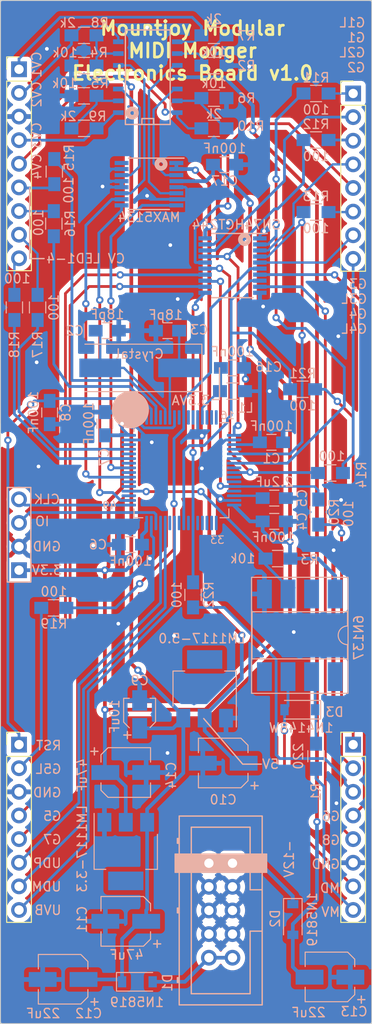
<source format=kicad_pcb>
(kicad_pcb (version 20221018) (generator pcbnew)
  (layers (0 "F.Cu" signal) (31 "B.Cu" signal) (34 "B.Paste" user) (35 "F.Paste" user) (36 "B.SilkS" user "B.Silkscreen") (37 "F.SilkS" user "F.Silkscreen") (38 "B.Mask" user) (39 "F.Mask" user) (44 "Edge.Cuts" user))
  (net 0 "")
  (net 1 "GATE1_LED_OUT")
  (net 2 "GND")
  (net 3 "GATE2_LED_OUT")
  (net 4 "GATE3_LED_OUT")
  (net 5 "GATE4_LED_OUT")
  (net 6 "CV1_LED_OUT")
  (net 7 "CV2_LED_OUT")
  (net 8 "CV3_LED_OUT")
  (net 9 "CV4_LED_OUT")
  (net 10 "GATE5_LED_OUT")
  (net 11 "GATE6_LED_OUT")
  (net 12 "GATE7_LED_OUT")
  (net 13 "GATE8_LED_OUT")
  (net 14 "MIDI_VREF")
  (net 15 "MIDI_DATA")
  (net 16 "GATE8_OUT")
  (net 17 "GATE7_OUT")
  (net 18 "GATE6_OUT")
  (net 19 "GATE5_OUT")
  (net 20 "GATE1_OUT")
  (net 21 "GATE2_OUT")
  (net 22 "GATE3_OUT")
  (net 23 "GATE4_OUT")
  (net 24 "USB_DM")
  (net 25 "USB_DP")
  (net 26 "USB_VBUS")
  (net 27 "CV1_OUT")
  (net 28 "CV2_OUT")
  (net 29 "CV3_OUT")
  (net 30 "CV4_OUT")
  (net 31 "+3V3")
  (net 32 "Net-(C2-Pad1)")
  (net 33 "Net-(C3-Pad1)")
  (net 34 "Net-(C5-Pad1)")
  (net 35 "NRST")
  (net 36 "VCC")
  (net 37 "+5V")
  (net 38 "VEE")
  (net 39 "+3.3VA")
  (net 40 "+12V")
  (net 41 "-12V")
  (net 42 "SWCLK")
  (net 43 "SWDIO")
  (net 44 "Net-(D3-Pad1)")
  (net 45 "Net-(R2-Pad2)")
  (net 46 "MIDI_RX")
  (net 47 "Net-(R4-Pad2)")
  (net 48 "Net-(R5-Pad2)")
  (net 49 "Net-(R10-Pad2)")
  (net 50 "GATE1")
  (net 51 "GATE2")
  (net 52 "GATE3")
  (net 53 "GATE4")
  (net 54 "CV1_LED")
  (net 55 "CV2_LED")
  (net 56 "CV3_LED")
  (net 57 "CV4_LED")
  (net 58 "GATE5")
  (net 59 "GATE6")
  (net 60 "GATE7")
  (net 61 "GATE8")
  (net 62 "Net-(U1-Pad1)")
  (net 63 "Net-(U1-Pad4)")
  (net 64 "Net-(U1-Pad8)")
  (net 65 "Net-(U1-Pad10)")
  (net 66 "Net-(U1-Pad14)")
  (net 67 "Net-(U1-Pad16)")
  (net 68 "Net-(U1-Pad20)")
  (net 69 "Net-(U1-Pad22)")
  (net 70 "Net-(U1-Pad24)")
  (net 71 "Net-(U1-Pad26)")
  (net 72 "Net-(U1-Pad29)")
  (net 73 "Net-(U1-Pad34)")
  (net 74 "Net-(U1-Pad36)")
  (net 75 "Net-(U1-Pad37)")
  (net 76 "Net-(U1-Pad39)")
  (net 77 "Net-(U1-Pad41)")
  (net 78 "Net-(U1-Pad43)")
  (net 79 "DAC_NSS")
  (net 80 "Net-(U1-Pad51)")
  (net 81 "Net-(U1-Pad53)")
  (net 82 "Net-(U1-Pad54)")
  (net 83 "DAC_SCK")
  (net 84 "Net-(U1-Pad56)")
  (net 85 "DAC_MOSI")
  (net 86 "Net-(U1-Pad58)")
  (net 87 "Net-(U1-Pad60)")
  (net 88 "Net-(U1-Pad62)")
  (net 89 "Net-(U2-Pad4)")
  (net 90 "Net-(U2-Pad7)")
  (net 91 "Net-(U2-Pad1)")
  (net 92 "DAC_3")
  (net 93 "DAC_4")
  (net 94 "DAC_2")
  (net 95 "DAC_1")
  (net 96 "Net-(U7-Pad16)")
  (net 97 "Net-(U1-Pad27)")
  (net 98 "Net-(U1-Pad33)")
  (net 99 "Net-(U1-Pad35)")
  (net 100 "Net-(U1-Pad11)")
  (net 101 "Net-(U1-Pad15)")
  (footprint "Socket_Strips:Socket_Strip_Straight_1x08_Pitch2.54mm" (layer "F.Cu") (at 134 50)
    (fp_text reference "J3" hide)
    (fp_text value "Conn_01x08_Male" hide)
  )
  (footprint "Socket_Strips:Socket_Strip_Straight_1x08_Pitch2.54mm" (layer "F.Cu") (at 98 120)
    (fp_text reference "J4" hide)
    (fp_text value "Conn_01x08_Male" hide)
  )
  (footprint "Socket_Strips:Socket_Strip_Straight_1x08_Pitch2.54mm" (layer "F.Cu") (at 134 120)
    (fp_text reference "J5" hide)
    (fp_text value "Conn_01x08_Male" hide)
  )
  (footprint "Socket_Strips:Socket_Strip_Straight_1x09_Pitch2.54mm" (layer "F.Cu") (at 98 47.4)
    (fp_text reference "J2" hide)
    (fp_text value "Conn_01x09_Male" hide)
  )
  (footprint "Diodes_SMD:D_SOD-123" (layer "B.Cu") (at 128.25 116.25 180)
    (fp_text reference "D3")
    (fp_text value "1N4148W")
  )
  (footprint "Capacitors_SMD:C_0805_HandSoldering" (layer "B.Cu") (at 125.2 87.5)
    (fp_text reference "C1")
    (fp_text value "100nF")
  )
  (footprint "Capacitors_SMD:C_0805_HandSoldering" (layer "B.Cu") (at 114 75.5 180)
    (fp_text reference "C3")
    (fp_text value "18pF")
  )
  (footprint "Capacitors_SMD:C_0805_HandSoldering" (layer "B.Cu") (at 125.5 96)
    (fp_text reference "C4")
    (fp_text value "100nF")
  )
  (footprint "Capacitors_SMD:C_0805_HandSoldering" (layer "B.Cu") (at 125.5 93.5)
    (fp_text reference "C5")
    (fp_text value "2.2uF")
  )
  (footprint "Capacitors_SMD:C_0805_HandSoldering" (layer "B.Cu") (at 110 98.5 180)
    (fp_text reference "C6")
    (fp_text value "100nF")
  )
  (footprint "Capacitors_SMD:C_0805_HandSoldering" (layer "B.Cu") (at 107.25 85.5 90)
    (fp_text reference "C7")
    (fp_text value "100nF")
  )
  (footprint "Capacitors_SMD:C_0805_HandSoldering" (layer "B.Cu") (at 101.3 84.3 90)
    (fp_text reference "C8")
    (fp_text value "100nF")
  )
  (footprint "Capacitors_SMD:CP_Elec_3x5.3" (layer "B.Cu") (at 111 116.75 90)
    (fp_text reference "C9")
    (fp_text value "10uF")
  )
  (footprint "Capacitors_SMD:CP_Elec_5x5.3" (layer "B.Cu") (at 120 122 180)
    (fp_text reference "C10")
    (fp_text value "22uF")
  )
  (footprint "Capacitors_SMD:CP_Elec_5x5.8" (layer "B.Cu") (at 109.5 139 180)
    (fp_text reference "C11")
    (fp_text value "47uF")
  )
  (footprint "Capacitors_SMD:CP_Elec_5x5.3" (layer "B.Cu") (at 102.75 145.25 180)
    (fp_text reference "C12")
    (fp_text value "22uF")
  )
  (footprint "Capacitors_SMD:CP_Elec_5x5.3" (layer "B.Cu") (at 131.5 145 180)
    (fp_text reference "C13")
    (fp_text value "22uF")
  )
  (footprint "Capacitors_SMD:CP_Elec_5x5.8" (layer "B.Cu") (at 109.5 123)
    (fp_text reference "C14")
    (fp_text value "47uF")
  )
  (footprint "Capacitors_SMD:C_0805_HandSoldering" (layer "B.Cu") (at 120.15 57.65)
    (fp_text reference "C17")
    (fp_text value "100nF")
  )
  (footprint "Diodes_SMD:D_SOD-123" (layer "B.Cu") (at 110.75 145.5)
    (fp_text reference "D1")
    (fp_text value "1N5819")
  )
  (footprint "Diodes_SMD:D_SOD-123" (layer "B.Cu") (at 127.5 138.8 -90)
    (fp_text reference "D2")
    (fp_text value "1N5819")
  )
  (footprint "Custom_Footprints:SWD_header" (layer "B.Cu") (at 98 101.25 90)
    (fp_text reference "J1" hide)
    (fp_text value "SWD_Header" hide)
  )
  (footprint "Custom_Footprints:Eurorack_10_pin_header" (layer "B.Cu") (at 121 132.75 -90)
    (fp_text reference "J9" hide)
    (fp_text value "Eurorack_10_pin_power")
  )
  (footprint "Inductors_SMD:L_0805_HandSoldering" (layer "B.Cu") (at 121 82)
    (fp_text reference "L1")
    (fp_text value "L")
  )
  (footprint "Resistors_SMD:R_0805_HandSoldering" (layer "B.Cu") (at 130 121.25 -90)
    (fp_text reference "R1")
    (fp_text value "220")
  )
  (footprint "Resistors_SMD:R_0805_HandSoldering" (layer "B.Cu") (at 125.9 100 180)
    (fp_text reference "R3")
    (fp_text value "10k")
  )
  (footprint "Resistors_SMD:R_0805_HandSoldering" (layer "B.Cu") (at 105 47)
    (fp_text reference "R4")
    (fp_text value "10k")
  )
  (footprint "Resistors_SMD:R_0805_HandSoldering" (layer "B.Cu") (at 105 50.25)
    (fp_text reference "R5")
    (fp_text value "10k")
  )
  (footprint "Resistors_SMD:R_0805_HandSoldering" (layer "B.Cu") (at 119 50.5 180)
    (fp_text reference "R6")
    (fp_text value "10k")
  )
  (footprint "Resistors_SMD:R_0805_HandSoldering" (layer "B.Cu") (at 119 43.75)
    (fp_text reference "R7")
    (fp_text value "2k")
  )
  (footprint "Resistors_SMD:R_0805_HandSoldering" (layer "B.Cu") (at 105 53.75 180)
    (fp_text reference "R9")
    (fp_text value "2k")
  )
  (footprint "Resistors_SMD:R_0805_HandSoldering" (layer "B.Cu") (at 119 53.75)
    (fp_text reference "R10")
    (fp_text value "2k")
  )
  (footprint "Resistors_SMD:R_0805_HandSoldering" (layer "B.Cu") (at 130 55 180)
    (fp_text reference "R12")
    (fp_text value "100")
  )
  (footprint "Resistors_SMD:R_0805_HandSoldering" (layer "B.Cu") (at 100 73 -90)
    (fp_text reference "R17")
    (fp_text value "100")
  )
  (footprint "Resistors_SMD:R_0805_HandSoldering" (layer "B.Cu") (at 97.5 73 -90)
    (fp_text reference "R18")
    (fp_text value "100")
  )
  (footprint "Resistors_SMD:R_0805_HandSoldering" (layer "B.Cu") (at 128.55 81.8 180)
    (fp_text reference "R21")
    (fp_text value "100")
  )
  (footprint "Package_QFP:LQFP-64_10x10mm_P0.5mm" (layer "B.Cu") (at 115.5 90.5 -90)
    (fp_text reference "U1" hide)
    (fp_text value "STM32F446RETx")
  )
  (footprint "TO_SOT_Packages_SMD:SOT-223" (layer "B.Cu") (at 118 114 90)
    (fp_text reference "U4" hide)
    (fp_text value "LM1117-5.0")
  )
  (footprint "TO_SOT_Packages_SMD:SOT-223" (layer "B.Cu") (at 109.5 131.5 -90)
    (fp_text reference "U5" hide)
    (fp_text value "LM1117-3.3")
  )
  (footprint "Housings_SSOP:TSSOP-20_4.4x6.5mm_Pitch0.65mm" (layer "B.Cu") (at 121 68.5 180)
    (fp_text reference "U6" hide)
    (fp_text value "SN74HCT244")
  )
  (footprint "Custom_Footprints:Crystal_SMD" (layer "B.Cu") (at 111 79.5 180)
    (fp_text reference "Y1" hide)
    (fp_text value "Crystal")
  )
  (footprint "Housings_SSOP:TSSOP-16_4.4x5mm_Pitch0.65mm" (layer "B.Cu") (at 112 59.75 180)
    (fp_text reference "U7" hide)
    (fp_text value "MAX5134")
  )
  (footprint "Capacitors_SMD:C_0805_HandSoldering" (layer "B.Cu") (at 121 79.5)
    (fp_text reference "C16")
    (fp_text value "100nF")
  )
  (footprint "SMD_Packages:SOIC-14_N" (layer "B.Cu") (at 112 48.25 90)
    (fp_text reference "U3" hide)
    (fp_text value "TL074")
  )
  (footprint "Housings_DIP:DIP-8_W8.89mm_SMDSocket_LongPads" (layer "B.Cu") (at 128.25 108.25 90)
    (fp_text reference "U2" hide)
    (fp_text value "6N137")
  )
  (footprint "Resistors_SMD:R_0805_HandSoldering" (layer "B.Cu") (at 105 43.75)
    (fp_text reference "R8")
    (fp_text value "2k")
  )
  (footprint "Resistors_SMD:R_0805_HandSoldering" (layer "B.Cu") (at 119 47 180)
    (fp_text reference "R2")
    (fp_text value "10k")
  )
  (footprint "Resistors_SMD:R_0805_HandSoldering" (layer "B.Cu") (at 101.75 64 -90)
    (fp_text reference "R16")
    (fp_text value "100")
  )
  (footprint "Resistors_SMD:R_0805_HandSoldering" (layer "B.Cu") (at 130 62.75 180)
    (fp_text reference "R13")
    (fp_text value "100")
  )
  (footprint "Resistors_SMD:R_0805_HandSoldering" (layer "B.Cu") (at 130 50 180)
    (fp_text reference "R11")
    (fp_text value "100")
  )
  (footprint "Capacitors_SMD:C_0805_HandSoldering" (layer "B.Cu") (at 107.5 75.5)
    (fp_text reference "C2")
    (fp_text value "18pF")
  )
  (footprint "Resistors_SMD:R_0805_HandSoldering" (layer "B.Cu") (at 130.25 95 90)
    (fp_text reference "R20")
    (fp_text value "100")
  )
  (footprint "Resistors_SMD:R_0805_HandSoldering" (layer "B.Cu") (at 131.55 90.8 180)
    (fp_text reference "R14")
    (fp_text value "100")
  )
  (footprint "Resistors_SMD:R_0805_HandSoldering" (layer "B.Cu") (at 116.75 103.9 90)
    (fp_text reference "R22")
    (fp_text value "100")
  )
  (footprint "Resistors_SMD:R_0805_HandSoldering" (layer "B.Cu") (at 101.75 105.3)
    (fp_text reference "R19")
    (fp_text value "100")
  )
  (footprint "Resistors_SMD:R_0805_HandSoldering" (layer "B.Cu") (at 101.8 58.4 90)
    (fp_text reference "R15")
    (fp_text value "100")
  )
  (gr_circle (center 122.3 65.7) (end 122.5 65.7) (stroke (width 0.5)) (fill none) (layer "B.SilkS"))
  (gr_circle (center 110.2 52.1) (end 110.4 52.1) (stroke (width 0.5)) (fill none) (layer "B.SilkS"))
  (gr_circle (center 110 84) (end 110 84) (stroke (width 2)) (fill none) (layer "B.SilkS"))
  (gr_line (start 124.1 122.1) (end 122.1 122.1) (stroke (width 0.15)) (layer "B.SilkS"))
  (gr_line (start 122.1 122.1) (end 117.9 117.2) (stroke (width 0.15)) (layer "B.SilkS"))
  (gr_line (start 99.15 67.75) (end 99.15 60.15) (stroke (width 0.15)) (layer "B.SilkS"))
  (gr_line (start 100.7 67.75) (end 99.15 67.75) (stroke (width 0.15)) (layer "B.SilkS"))
  (gr_circle (center 113.3 57.6) (end 113.5 57.6) (stroke (width 0.5)) (fill none) (layer "B.SilkS"))
  (gr_line (start 118.8 82.9) (end 119.6 82.9) (stroke (width 0.15)) (layer "B.SilkS"))
  (gr_line (start 119.6 82.9) (end 119.6 79.5) (stroke (width 0.15)) (layer "B.SilkS"))
  (gr_line (start 96 40) (end 136 40) (stroke (width 0.1)) (layer "Edge.Cuts"))
  (gr_line (start 136 40) (end 136 150) (stroke (width 0.1)) (layer "Edge.Cuts"))
  (gr_line (start 96 40) (end 96 150) (stroke (width 0.1)) (layer "Edge.Cuts"))
  (gr_line (start 96 150) (end 136 150) (stroke (width 0.1)) (layer "Edge.Cuts"))
  (gr_text "G5L" (at 101.17619 122.628571) (layer "B.SilkS") (effects (font (size 1 1)) (justify mirror)))
  (gr_text "GND" (at 101.033333 125.157142) (layer "B.SilkS") (effects (font (size 1 1)) (justify mirror)))
  (gr_text "G5" (at 101.580952 127.685713) (layer "B.SilkS") (effects (font (size 1 1)) (justify mirror)))
  (gr_text "G7" (at 101.580952 130.214284) (layer "B.SilkS") (effects (font (size 1 1)) (justify mirror)))
  (gr_text "UDP" (at 101.033333 132.742855) (layer "B.SilkS") (effects (font (size 1 1)) (justify mirror)))
  (gr_text "UDM" (at 100.961905 135.271426) (layer "B.SilkS") (effects (font (size 1 1)) (justify mirror)))
  (gr_text "UVB" (at 101.104762 137.8) (layer "B.SilkS") (effects (font (size 1 1)) (justify mirror)))
  (gr_text "G8" (at 131.6 130.275) (layer "B.SilkS") (effects (font (size 1 1)) (justify mirror)))
  (gr_text "MV" (at 131.576191 138) (layer "B.SilkS") (effects (font (size 1 1)) (justify mirror)))
  (gr_text "G3\nG3L\nG4\nG4L" (at 135.6 72.9) (layer "B.SilkS") (effects (font (size 1 1)) (justify left mirror)))
  (gr_text "G6" (at 131.6 127.7) (layer "B.SilkS") (effects (font (size 1 1)) (justify mirror)))
  (gr_text "GND" (at 131.052381 132.85) (layer "B.SilkS") (effects (font (size 1 1)) (justify mirror)))
  (gr_text "MD" (at 131.504762 135.425) (layer "B.SilkS") (effects (font (size 1 1)) (justify mirror)))
  (gr_text "G1L\nG1\nG2L\nG2" (at 135.4 44.8) (layer "B.SilkS") (effects (font (size 1 1)) (justify left mirror)))
  (gr_text "33" (at 120.2 98) (layer "B.SilkS") (effects (font (size 0.8 0.8) (thickness 0.12)) (justify left mirror)))
  (gr_text "49" (at 108.6 94.3) (layer "B.SilkS") (effects (font (size 0.8 0.8) (thickness 0.12)) (justify left mirror)))
  (gr_text "16" (at 121.3 84.6) (layer "B.SilkS") (effects (font (size 0.8 0.8) (thickness 0.12)) (justify left mirror)))
  (gr_text "5V" (at 125.1 122.1) (layer "B.SilkS") (effects (font (size 1 1)) (justify mirror)))
  (gr_text "3.3VA" (at 116.5 83) (layer "B.SilkS") (effects (font (size 1 1)) (justify mirror)))
  (gr_text "CV LED1-4" (at 100.85 67.75) (layer "B.SilkS") (effects (font (size 1 1)) (justify right mirror)))
  (gr_text "CV1" (at 99.9 48.4 90) (layer "B.SilkS") (effects (font (size 1 1)) (justify right mirror)))
  (gr_text "CV2" (at 99.9 51.6 90) (layer "B.SilkS") (effects (font (size 1 1)) (justify right mirror)))
  (gr_text "CV3" (at 99.9 56 90) (layer "B.SilkS") (effects (font (size 1 1)) (justify right mirror)))
  (gr_text "CV4" (at 99.9 59.35 90) (layer "B.SilkS") (effects (font (size 1 1)) (justify right mirror)))
  (gr_text "RST" (at 101.2 120.1) (layer "B.SilkS") (effects (font (size 1 1)) (justify mirror)))
  (gr_text "Mountjoy Modular\nMIDI Monger\nElectronics Board v1.0" (at 116.7 45.4) (layer "F.SilkS") (effects (font (size 1.5 1.5) (thickness 0.3))))
  (segment (start 131.35 50) (end 134 50) (width 0.25) (layer "B.Cu") (net 1))
  (segment (start 117.7 86.8) (end 117.7 90.3) (width 0.3) (layer "F.Cu") (net 2))
  (via (at 132.7 93.7) (size 0.8) (drill 0.4) (layers "F.Cu" "B.Cu") (net 2))
  (via (at 131.9 99.1) (size 0.8) (drill 0.4) (layers "F.Cu" "B.Cu") (net 2))
  (via (at 111.8 61) (size 0.8) (drill 0.4) (layers "F.Cu" "B.Cu") (net 2))
  (via (at 117.7 90.3) (size 0.8) (drill 0.4) (layers "F.Cu" "B.Cu") (net 2))
  (via (at 114 120.9) (size 0.8) (drill 0.4) (layers "F.Cu" "B.Cu") (net 2))
  (via (at 132.2 126.3) (size 0.8) (drill 0.4) (layers "F.Cu" "B.Cu") (net 2))
  (via (at 132.4 76.1) (size 0.8) (drill 0.4) (layers "F.Cu" "B.Cu") (net 2))
  (via (at 120.5 63.9) (size 0.8) (drill 0.4) (layers "F.Cu" "B.Cu") (net 2))
  (via (at 101 45.2) (size 0.8) (drill 0.4) (layers "F.Cu" "B.Cu") (net 2))
  (via (at 112.3 87.5) (size 0.8) (drill 0.4) (layers "F.Cu" "B.Cu") (net 2))
  (via (at 125 82) (size 0.8) (drill 0.4) (layers "F.Cu" "B.Cu") (net 2))
  (via (at 107 60) (size 0.8) (drill 0.4) (layers "F.Cu" "B.Cu") (net 2))
  (via (at 122.4 80.7) (size 0.8) (drill 0.4) (layers "F.Cu" "B.Cu") (net 2))
  (via (at 124.4 64.8) (size 0.8) (drill 0.4) (layers "F.Cu" "B.Cu") (net 2))
  (via (at 127.6 107.9) (size 0.8) (drill 0.4) (layers "F.Cu" "B.Cu") (net 2))
  (via (at 115.1 72.1) (size 0.8) (drill 0.4) (layers "F.Cu" "B.Cu") (net 2))
  (via (at 108.7 107) (size 0.8) (drill 0.4) (layers "F.Cu" "B.Cu") (net 2))
  (via (at 114.3 66.3) (size 0.8) (drill 0.4) (layers "F.Cu" "B.Cu") (net 2))
  (via (at 106 98.6) (size 0.8) (drill 0.4) (layers "F.Cu" "B.Cu") (net 2))
  (via (at 100.1 90.1) (size 0.8) (drill 0.4) (layers "F.Cu" "B.Cu") (net 2))
  (via (at 99.9 78.9) (size 0.8) (drill 0.4) (layers "F.Cu" "B.Cu") (net 2))
  (via (at 114.7 108.3) (size 0.8) (drill 0.4) (layers "F.Cu" "B.Cu") (net 2))
  (via (at 117.7 86.8) (size 0.8) (drill 0.4) (layers "F.Cu" "B.Cu") (net 2))
  (via (at 112.1 100) (size 0.8) (drill 0.4) (layers "F.Cu" "B.Cu") (net 2))
  (via (at 124.3 72.9) (size 0.8) (drill 0.4) (layers "F.Cu" "B.Cu") (net 2))
  (via (at 122.8 47.1) (size 0.8) (drill 0.4) (layers "F.Cu" "B.Cu") (net 2))
  (via (at 119.7 93.6) (size 0.8) (drill 0.4) (layers "F.Cu" "B.Cu") (net 2))
  (via (at 111.8 42.9) (size 0.8) (drill 0.4) (layers "F.Cu" "B.Cu") (net 2))
  (segment (start 116.050001 61.425001) (end 116.050001 64.549999) (width 0.3) (layer "B.Cu") (net 2))
  (segment (start 123.95 65.575) (end 123.95 65.25) (width 0.3) (layer "B.Cu") (net 2))
  (segment (start 117.25 86.35) (end 117.7 86.8) (width 0.3) (layer "B.Cu") (net 2))
  (segment (start 108 58.125) (end 107 59.125) (width 0.3) (layer "B.Cu") (net 2))
  (segment (start 112.25 96.175) (end 112.25 97.524999) (width 0.3) (layer "B.Cu") (net 2))
  (segment (start 119.7 93.6) (end 117.7 91.6) (width 0.3) (layer "B.Cu") (net 2))
  (segment (start 117.7 91.6) (end 117.7 90.3) (width 0.3) (layer "B.Cu") (net 2))
  (segment (start 122.4 79.65) (end 122.25 79.5) (width 0.3) (layer "B.Cu") (net 2))
  (segment (start 107.575 59.425) (end 107 60) (width 0.3) (layer "B.Cu") (net 2))
  (segment (start 121.175 93.75) (end 119.85 93.75) (width 0.3) (layer "B.Cu") (net 2))
  (segment (start 123.95 65.25) (end 124.4 64.8) (width 0.3) (layer "B.Cu") (net 2))
  (segment (start 109.05 59.425) (end 107.575 59.425) (width 0.3) (layer "B.Cu") (net 2))
  (segment (start 109.05 59.425) (end 109.05 60.075) (width 0.3) (layer "B.Cu") (net 2))
  (segment (start 120.5 63.9) (end 120.5 64.705002) (width 0.3) (layer "B.Cu") (net 2))
  (segment (start 112.499999 99.600001) (end 112.1 100) (width 0.3) (layer "B.Cu") (net 2))
  (segment (start 112.175 61.375) (end 111.8 61) (width 0.3) (layer "B.Cu") (net 2))
  (segment (start 107.075 60.075) (end 107 60) (width 0.3) (layer "B.Cu") (net 2))
  (segment (start 112.05 87.25) (end 112.3 87.5) (width 0.3) (layer "B.Cu") (net 2))
  (segment (start 118.980002 66.225) (end 118.05 66.225) (width 0.3) (layer "B.Cu") (net 2))
  (segment (start 116 61.375) (end 116.050001 61.425001) (width 0.3) (layer "B.Cu") (net 2))
  (segment (start 116.050001 64.549999) (end 114.3 66.3) (width 0.3) (layer "B.Cu") (net 2))
  (segment (start 118.099999 89.900001) (end 117.7 90.3) (width 0.3) (layer "B.Cu") (net 2))
  (segment (start 115.905002 60.075) (end 116.050001 60.219999) (width 0.3) (layer "B.Cu") (net 2))
  (segment (start 109.825 87.25) (end 112.05 87.25) (width 0.3) (layer "B.Cu") (net 2))
  (segment (start 112.25 97.524999) (end 112.499999 97.774998) (width 0.3) (layer "B.Cu") (net 2))
  (segment (start 120.25 87.25) (end 118.099999 89.400001) (width 0.3) (layer "B.Cu") (net 2))
  (segment (start 109.05 84.25) (end 112.3 87.5) (width 0.3) (layer "B.Cu") (net 2))
  (segment (start 112.499999 97.774998) (end 112.499999 99.600001) (width 0.3) (layer "B.Cu") (net 2))
  (segment (start 109.05 58.125) (end 108 58.125) (width 0.3) (layer "B.Cu") (net 2))
  (segment (start 107 59.125) (end 107 60) (width 0.3) (layer "B.Cu") (net 2))
  (segment (start 119.85 93.75) (end 119.7 93.6) (width 0.3) (layer "B.Cu") (net 2))
  (segment (start 114.95 60.075) (end 115.905002 60.075) (width 0.3) (layer "B.Cu") (net 2))
  (segment (start 114.95 61.375) (end 112.175 61.375) (width 0.3) (layer "B.Cu") (net 2))
  (segment (start 109.05 60.075) (end 107.075 60.075) (width 0.3) (layer "B.Cu") (net 2))
  (segment (start 117.25 84.825) (end 117.25 86.35) (width 0.3) (layer "B.Cu") (net 2))
  (segment (start 121.175 87.25) (end 120.25 87.25) (width 0.3) (layer "B.Cu") (net 2))
  (segment (start 107.25 84.25) (end 109.05 84.25) (width 0.3) (layer "B.Cu") (net 2))
  (segment (start 114.95 61.375) (end 116 61.375) (width 0.4) (layer "B.Cu") (net 2))
  (segment (start 118.099999 89.400001) (end 118.099999 89.900001) (width 0.3) (layer "B.Cu") (net 2))
  (segment (start 120.5 64.705002) (end 118.980002 66.225) (width 0.3) (layer "B.Cu") (net 2))
  (segment (start 116.050001 60.219999) (end 116.050001 64.549999) (width 0.3) (layer "B.Cu") (net 2))
  (segment (start 122.4 80.7) (end 122.4 79.65) (width 0.3) (layer "B.Cu") (net 2))
  (segment (start 131.35 55) (end 133.92 55) (width 0.3) (layer "B.Cu") (net 3))
  (segment (start 133.92 55) (end 134 55.08) (width 0.3) (layer "B.Cu") (net 3))
  (segment (start 133.95 62.75) (end 134 62.7) (width 0.25) (layer "B.Cu") (net 4))
  (segment (start 131.35 62.75) (end 133.95 62.75) (width 0.25) (layer "B.Cu") (net 4))
  (segment (start 132.9 90.8) (end 132.9 89.85) (width 0.3) (layer "B.Cu") (net 5))
  (segment (start 134 88.75) (end 134 67.78) (width 0.3) (layer "B.Cu") (net 5))
  (segment (start 132.9 89.85) (end 134 88.75) (width 0.3) (layer "B.Cu") (net 5))
  (segment (start 101.39 60.16) (end 101.8 59.75) (width 0.3) (layer "B.Cu") (net 6))
  (segment (start 98 60.16) (end 101.39 60.16) (width 0.3) (layer "B.Cu") (net 6))
  (segment (start 98.05 62.65) (end 98 62.7) (width 0.25) (layer "B.Cu") (net 7))
  (segment (start 101.75 62.65) (end 98.05 62.65) (width 0.25) (layer "B.Cu") (net 7))
  (segment (start 100 67.24) (end 98 65.24) (width 0.25) (layer "B.Cu") (net 8))
  (segment (start 100 71.65) (end 100 67.24) (width 0.25) (layer "B.Cu") (net 8))
  (segment (start 97.5 68.28) (end 98 67.78) (width 0.25) (layer "B.Cu") (net 9))
  (segment (start 97.5 71.65) (end 97.5 68.28) (width 0.25) (layer "B.Cu") (net 9))
  (segment (start 100.4 120.14) (end 100.4 105.3) (width 0.3) (layer "B.Cu") (net 10))
  (segment (start 98 122.54) (end 100.4 120.14) (width 0.3) (layer "B.Cu") (net 10))
  (segment (start 134 122.54) (end 132.75 121.29) (width 0.3) (layer "F.Cu") (net 11))
  (segment (start 132.75 121.29) (end 132.75 97.25) (width 0.3) (layer "F.Cu") (net 11))
  (via (at 132.75 97.25) (size 0.8) (drill 0.4) (layers "F.Cu" "B.Cu") (net 11))
  (segment (start 132.75 97.25) (end 132.75 96.684315) (width 0.3) (layer "B.Cu") (net 11))
  (segment (start 132.75 96.684315) (end 132.415685 96.35) (width 0.3) (layer "B.Cu") (net 11))
  (segment (start 132.415685 96.35) (end 130.25 96.35) (width 0.3) (layer "B.Cu") (net 11))
  (segment (start 134 84.8) (end 134 120) (width 0.3) (layer "F.Cu") (net 12))
  (segment (start 132.3 83.1) (end 134 84.8) (width 0.3) (layer "F.Cu") (net 12))
  (via (at 132.3 83.1) (size 0.8) (drill 0.4) (layers "F.Cu" "B.Cu") (net 12))
  (segment (start 131 81.8) (end 132.3 83.1) (width 0.3) (layer "B.Cu") (net 12))
  (segment (start 129.9 81.8) (end 131 81.8) (width 0.3) (layer "B.Cu") (net 12))
  (segment (start 125.7 110.839998) (end 125.7 121.099998) (width 0.3) (layer "B.Cu") (net 13))
  (segment (start 130.930001 121.499999) (end 133.150001 123.719999) (width 0.3) (layer "B.Cu") (net 13))
  (segment (start 133.150001 123.719999) (end 133.150001 124.230001) (width 0.3) (layer "B.Cu") (net 13))
  (segment (start 116.75 105.25) (end 120.110002 105.25) (width 0.3) (layer "B.Cu") (net 13))
  (segment (start 126.100001 121.499999) (end 130.930001 121.499999) (width 0.3) (layer "B.Cu") (net 13))
  (segment (start 120.110002 105.25) (end 125.7 110.839998) (width 0.3) (layer "B.Cu") (net 13))
  (segment (start 133.150001 124.230001) (end 134 125.08) (width 0.3) (layer "B.Cu") (net 13))
  (segment (start 125.7 121.099998) (end 126.100001 121.499999) (width 0.3) (layer "B.Cu") (net 13))
  (segment (start 130.850001 124.500001) (end 130 123.65) (width 0.3) (layer "B.Cu") (net 14))
  (segment (start 130 123.65) (end 130 122.6) (width 0.3) (layer "B.Cu") (net 14))
  (segment (start 130.850001 134.630001) (end 130.850001 124.500001) (width 0.3) (layer "B.Cu") (net 14))
  (segment (start 134 137.78) (end 130.850001 134.630001) (width 0.3) (layer "B.Cu") (net 14))
  (segment (start 126.6 127.84) (end 126.6 118.5) (width 0.3) (layer "F.Cu") (net 15))
  (segment (start 134 135.24) (end 126.6 127.84) (width 0.3) (layer "F.Cu") (net 15))
  (via (at 126.6 118.5) (size 0.8) (drill 0.4) (layers "F.Cu" "B.Cu") (net 15))
  (segment (start 126.6 118.5) (end 126.6 116.25) (width 0.3) (layer "B.Cu") (net 15))
  (segment (start 126.98 115.87) (end 126.6 116.25) (width 0.3) (layer "B.Cu") (net 15))
  (segment (start 126.98 112.695) (end 126.98 115.87) (width 0.3) (layer "B.Cu") (net 15))
  (segment (start 131 73.4) (end 131 127.16) (width 0.3) (layer "F.Cu") (net 16))
  (segment (start 131 127.16) (end 134 130.16) (width 0.3) (layer "F.Cu") (net 16))
  (via (at 131 73.4) (size 0.8) (drill 0.4) (layers "F.Cu" "B.Cu") (net 16))
  (segment (start 128.4 70.775) (end 123.95 70.775) (width 0.3) (layer "B.Cu") (net 16))
  (segment (start 131 73.4) (end 128.4 70.775) (width 0.3) (layer "B.Cu") (net 16))
  (segment (start 103.502374 124.597626) (end 103.502374 124.657626) (width 0.3) (layer "F.Cu") (net 17))
  (segment (start 105.55 70.75) (end 103.50001 72.79999) (width 0.3) (layer "F.Cu") (net 17))
  (segment (start 103.50001 124.65999) (end 98 130.16) (width 0.3) (layer "F.Cu") (net 17))
  (segment (start 103.50001 72.79999) (end 103.50001 124.65999) (width 0.3) (layer "F.Cu") (net 17))
  (segment (start 108.85 70.75) (end 105.55 70.75) (width 0.3) (layer "F.Cu") (net 17))
  (via (at 108.85 70.75) (size 0.8) (drill 0.4) (layers "F.Cu" "B.Cu") (net 17))
  (segment (start 108.85 70.75) (end 118.025 70.75) (width 0.3) (layer "B.Cu") (net 17))
  (segment (start 118.025 70.75) (end 118.05 70.775) (width 0.3) (layer "B.Cu") (net 17))
  (segment (start 135.200001 126.419999) (end 134 127.62) (width 0.3) (layer "F.Cu") (net 18))
  (segment (start 135.200001 72.649999) (end 135.200001 126.419999) (width 0.3) (layer "F.Cu") (net 18))
  (segment (start 132 69.5) (end 135.200001 72.649999) (width 0.3) (layer "F.Cu") (net 18))
  (via (at 132 69.5) (size 0.8) (drill 0.4) (layers "F.Cu" "B.Cu") (net 18))
  (segment (start 132 69.5) (end 132.025002 69.475) (width 0.3) (layer "B.Cu") (net 18))
  (segment (start 132.025002 69.475) (end 123.95 69.475) (width 0.3) (layer "B.Cu") (net 18))
  (segment (start 105 69.5) (end 103 71.5) (width 0.3) (layer "F.Cu") (net 19))
  (segment (start 103 71.5) (end 103 122.62) (width 0.3) (layer "F.Cu") (net 19))
  (segment (start 108.9 69.5) (end 105 69.5) (width 0.3) (layer "F.Cu") (net 19))
  (segment (start 103 122.62) (end 98 127.62) (width 0.3) (layer "F.Cu") (net 19))
  (via (at 108.9 69.5) (size 0.8) (drill 0.4) (layers "F.Cu" "B.Cu") (net 19))
  (segment (start 118.025 69.5) (end 118.05 69.475) (width 0.3) (layer "B.Cu") (net 19))
  (segment (start 108.9 69.5) (end 118.025 69.5) (width 0.3) (layer "B.Cu") (net 19))
  (segment (start 126.6 59.384696) (end 119.109696 66.875) (width 0.3) (layer "B.Cu") (net 20))
  (segment (start 126.6 55.019998) (end 126.6 59.384696) (width 0.3) (layer "B.Cu") (net 20))
  (segment (start 119.109696 66.875) (end 118.05 66.875) (width 0.3) (layer "B.Cu") (net 20))
  (segment (start 129.079998 52.54) (end 126.6 55.019998) (width 0.3) (layer "B.Cu") (net 20))
  (segment (start 134 52.54) (end 129.079998 52.54) (width 0.3) (layer "B.Cu") (net 20))
  (segment (start 127.574999 64.135003) (end 127.574999 61.839999) (width 0.25) (layer "B.Cu") (net 21))
  (segment (start 127.574999 61.839999) (end 131.794998 57.62) (width 0.25) (layer "B.Cu") (net 21))
  (segment (start 124.835002 66.875) (end 127.574999 64.135003) (width 0.25) (layer "B.Cu") (net 21))
  (segment (start 131.794998 57.62) (end 134 57.62) (width 0.25) (layer "B.Cu") (net 21))
  (segment (start 123.95 66.875) (end 124.835002 66.875) (width 0.25) (layer "B.Cu") (net 21))
  (segment (start 120.5 62.1) (end 120.5 55.589998) (width 0.3) (layer "F.Cu") (net 22))
  (segment (start 127.089999 53.249999) (end 134 60.16) (width 0.3) (layer "F.Cu") (net 22))
  (segment (start 120.5 55.589998) (end 122.839999 53.249999) (width 0.3) (layer "F.Cu") (net 22))
  (segment (start 122.839999 53.249999) (end 127.089999 53.249999) (width 0.3) (layer "F.Cu") (net 22))
  (via (at 120.5 62.1) (size 0.8) (drill 0.4) (layers "F.Cu" "B.Cu") (net 22))
  (segment (start 116.974999 68.124999) (end 116.974999 64.514999) (width 0.3) (layer "B.Cu") (net 22))
  (segment (start 118.05 68.175) (end 117.025 68.175) (width 0.3) (layer "B.Cu") (net 22))
  (segment (start 119.389998 62.1) (end 120.5 62.1) (width 0.3) (layer "B.Cu") (net 22))
  (segment (start 117.025 68.175) (end 116.974999 68.124999) (width 0.3) (layer "B.Cu") (net 22))
  (segment (start 116.974999 64.514999) (end 119.389998 62.1) (width 0.3) (layer "B.Cu") (net 22))
  (segment (start 123.95 68.175) (end 131.065 68.175) (width 0.25) (layer "B.Cu") (net 23))
  (segment (start 131.065 68.175) (end 134 65.24) (width 0.25) (layer "B.Cu") (net 23))
  (segment (start 98 135.24) (end 104.949991 128.290009) (width 0.3) (layer "B.Cu") (net 24))
  (segment (start 104.949991 128.290009) (end 104.949991 114.050009) (width 0.3) (layer "B.Cu") (net 24))
  (segment (start 104.949991 114.050009) (end 113.75 105.25) (width 0.3) (layer "B.Cu") (net 24))
  (segment (start 113.75 105.25) (end 113.75 96.175) (width 0.3) (layer "B.Cu") (net 24))
  (segment (start 104.449981 126.250019) (end 104.449981 113.550019) (width 0.3) (layer "B.Cu") (net 25))
  (segment (start 113.25 104.75) (end 113.25 96.175) (width 0.3) (layer "B.Cu") (net 25))
  (segment (start 98 132.7) (end 104.449981 126.250019) (width 0.3) (layer "B.Cu") (net 25))
  (segment (start 104.449981 113.550019) (end 113.25 104.75) (width 0.3) (layer "B.Cu") (net 25))
  (segment (start 98 137.78) (end 105.449999 130.330001) (width 0.3) (layer "B.Cu") (net 26))
  (segment (start 114.75 96.175) (end 114.75 104.99998) (width 0.3) (layer "B.Cu") (net 26))
  (segment (start 114.75 104.99998) (end 114.75001 104.99999) (width 0.3) (layer "B.Cu") (net 26))
  (segment (start 105.449999 114.300001) (end 114.75001 104.99999) (width 0.3) (layer "B.Cu") (net 26))
  (segment (start 105.449999 130.330001) (end 105.449999 114.300001) (width 0.3) (layer "B.Cu") (net 26))
  (segment (start 117.65 43.75) (end 117.65 42.8) (width 0.3) (layer "B.Cu") (net 27))
  (segment (start 98 46.25) (end 98 47.4) (width 0.3) (layer "B.Cu") (net 27))
  (segment (start 116.96 44.44) (end 117.65 43.75) (width 0.25) (layer "B.Cu") (net 27))
  (segment (start 117.65 42.8) (end 116.65 41.8) (width 0.3) (layer "B.Cu") (net 27))
  (segment (start 116.65 41.8) (end 102.45 41.8) (width 0.3) (layer "B.Cu") (net 27))
  (segment (start 115.048 44.44) (end 116.96 44.44) (width 0.25) (layer "B.Cu") (net 27))
  (segment (start 102.45 41.8) (end 98 46.25) (width 0.3) (layer "B.Cu") (net 27))
  (segment (start 108.698 43.936) (end 107.536999 42.774999) (width 0.25) (layer "B.Cu") (net 28))
  (segment (start 103.75 43.75) (end 103.65 43.75) (width 0.25) (layer "B.Cu") (net 28))
  (segment (start 103.65 44.7) (end 98.41 49.94) (width 0.3) (layer "B.Cu") (net 28))
  (segment (start 108.698 44.44) (end 108.698 43.936) (width 0.25) (layer "B.Cu") (net 28))
  (segment (start 107.536999 42.774999) (end 104.725001 42.774999) (width 0.25) (layer "B.Cu") (net 28))
  (segment (start 103.65 43.75) (end 103.65 44.7) (width 0.3) (layer "B.Cu") (net 28))
  (segment (start 104.725001 42.774999) (end 103.75 43.75) (width 0.25) (layer "B.Cu") (net 28))
  (segment (start 98.41 49.94) (end 98 49.94) (width 0.3) (layer "B.Cu") (net 28))
  (segment (start 104.98 55.02) (end 98 55.02) (width 0.3) (layer "B.Cu") (net 29))
  (segment (start 106.25 53.75) (end 104.98 55.02) (width 0.3) (layer "B.Cu") (net 29))
  (segment (start 106.35 53.75) (end 106.25 53.75) (width 0.3) (layer "B.Cu") (net 29))
  (segment (start 106.6905 53.75) (end 108.3805 52.06) (width 0.25) (layer "B.Cu") (net 29))
  (segment (start 108.3805 52.06) (end 108.698 52.06) (width 0.25) (layer "B.Cu") (net 29))
  (segment (start 106.35 53.75) (end 106.6905 53.75) (width 0.25) (layer "B.Cu") (net 29))
  (segment (start 113.75 52) (end 113.75 51.139998) (width 0.3) (layer "F.Cu") (net 30))
  (segment (start 110.860001 48.249999) (end 103.639999 48.249999) (width 0.3) (layer "F.Cu") (net 30))
  (segment (start 100.2 55.36) (end 98 57.56) (width 0.3) (layer "F.Cu") (net 30))
  (segment (start 103.639999 50.470003) (end 100.2 53.910002) (width 0.3) (layer "F.Cu") (net 30))
  (segment (start 100.2 53.910002) (end 100.2 55.36) (width 0.3) (layer "F.Cu") (net 30))
  (segment (start 103.639999 48.249999) (end 103.639999 50.470003) (width 0.3) (layer "F.Cu") (net 30))
  (segment (start 113.75 51.139998) (end 110.860001 48.249999) (width 0.3) (layer "F.Cu") (net 30))
  (via (at 113.75 52) (size 0.8) (drill 0.4) (layers "F.Cu" "B.Cu") (net 30))
  (segment (start 114.988 52) (end 115.048 52.06) (width 0.3) (layer "B.Cu") (net 30))
  (segment (start 113.75 52) (end 114.988 52) (width 0.3) (layer "B.Cu") (net 30))
  (segment (start 115.048 52.06) (end 115.048 52.564) (width 0.25) (layer "B.Cu") (net 30))
  (segment (start 115.048 52.564) (end 116.234 53.75) (width 0.25) (layer "B.Cu") (net 30))
  (segment (start 116.234 53.75) (end 117.65 53.75) (width 0.25) (layer "B.Cu") (net 30))
  (segment (start 107.649999 93.850001) (end 109.1 92.4) (width 0.4) (layer "F.Cu") (net 31))
  (segment (start 107.649999 100.850001) (end 107.649999 93.850001) (width 0.4) (layer "F.Cu") (net 31))
  (segment (start 122.9 77.5) (end 122.9 61.8) (width 0.4) (layer "F.Cu") (net 31))
  (segment (start 107.815685 116.25) (end 107.25 116.25) (width 0.3) (layer "F.Cu") (net 31))
  (segment (start 127.2 81.8) (end 122.9 77.5) (width 0.4) (layer "F.Cu") (net 31))
  (segment (start 107.25 116.25) (end 118.065998 116.25) (width 0.4) (layer "F.Cu") (net 31))
  (segment (start 109.1 92.4) (end 109.1 85.5) (width 0.4) (layer "F.Cu") (net 31))
  (segment (start 127.2 107.115998) (end 127.2 98.2) (width 0.4) (layer "F.Cu") (net 31))
  (segment (start 127.2 98.2) (end 127.2 81.8) (width 0.4) (layer "F.Cu") (net 31))
  (segment (start 107.25 101.25) (end 107.649999 100.850001) (width 0.4) (layer "F.Cu") (net 31))
  (segment (start 107.25 116.25) (end 107.25 101.25) (width 0.4) (layer "F.Cu") (net 31))
  (segment (start 118.065998 116.25) (end 127.2 107.115998) (width 0.4) (layer "F.Cu") (net 31))
  (segment (start 107.25 101.25) (end 107.25 101) (width 0.3) (layer "F.Cu") (net 31))
  (via (at 127.2 98.2) (size 0.8) (drill 0.4) (layers "F.Cu" "B.Cu") (net 31))
  (via (at 122.9 77.5) (size 0.8) (drill 0.4) (layers "F.Cu" "B.Cu") (net 31))
  (via (at 122.9 61.8) (size 0.8) (drill 0.4) (layers "F.Cu" "B.Cu") (net 31))
  (via (at 107.25 101.25) (size 0.8) (drill 0.4) (layers "F.Cu" "B.Cu") (net 31))
  (via (at 109.1 85.5) (size 0.8) (drill 0.4) (layers "F.Cu" "B.Cu") (net 31))
  (via (at 107.25 116.25) (size 0.8) (drill 0.4) (layers "F.Cu" "B.Cu") (net 31))
  (segment (start 109.5 124.5) (end 108 123) (width 0.4) (layer "B.Cu") (net 31))
  (segment (start 127.2 99.95) (end 127.25 100) (width 0.4) (layer "B.Cu") (net 31))
  (segment (start 123.95 78.55) (end 123.95 82.05) (width 0.4) (layer "B.Cu") (net 31))
  (segment (start 114.95 59.425) (end 118.15 59.425) (width 0.4) (layer "B.Cu") (net 31))
  (segment (start 107.3 116.3) (end 107.25 116.25) (width 0.3) (layer "B.Cu") (net 31))
  (segment (start 118.9 57.65) (end 119.025 57.65) (width 0.4) (layer "B.Cu") (net 31))
  (segment (start 109.1 85.5) (end 109.1 86.025) (width 0.3) (layer "B.Cu") (net 31))
  (segment (start 118.15 59.425) (end 118.9 58.675) (width 0.4) (layer "B.Cu") (net 31))
  (segment (start 122.45 82) (end 122.35 82) (width 0.4) (layer "B.Cu") (net 31))
  (segment (start 111.25 99.525) (end 109.525 101.25) (width 0.4) (layer "B.Cu") (net 31))
  (segment (start 122.87499 96) (end 121.175 94.30001) (width 0.4) (layer "B.Cu") (net 31))
  (segment (start 107.25 86.75) (end 108.878232 86.75) (width 0.4) (layer "B.Cu") (net 31))
  (segment (start 107.25 122.95) (end 107.3 123) (width 0.4) (layer "B.Cu") (net 31))
  (segment (start 111.69999 97.02501) (end 111.69999 96.175) (width 0.4) (layer "B.Cu") (net 31))
  (segment (start 109.1 86.025) (end 109.825 86.75) (width 0.3) (layer "B.Cu") (net 31))
  (segment (start 111.25 97.475) (end 111.69999 97.02501) (width 0.4) (layer "B.Cu") (net 31))
  (segment (start 121.175 87.75) (end 123.7 87.75) (width 0.3) (layer "B.Cu") (net 31))
  (segment (start 107.25 116.25) (end 107.25 122.95) (width 0.4) (layer "B.Cu") (net 31))
  (segment (start 111.25 98.5) (end 111.25 99.525) (width 0.4) (layer "B.Cu") (net 31))
  (segment (start 124.25 97.025) (end 124.25 96) (width 0.4) (layer "B.Cu") (net 31))
  (segment (start 123.95 87.5) (end 123.95 82.05) (width 0.4) (layer "B.Cu") (net 31))
  (segment (start 109.525 101.25) (end 107.25 101.25) (width 0.4) (layer "B.Cu") (net 31))
  (segment (start 108.928242 86.69999) (end 109.825 86.69999) (width 0.4) (layer "B.Cu") (net 31))
  (segment (start 122.9 77.5) (end 123.95 78.55) (width 0.4) (layer "B.Cu") (net 31))
  (segment (start 123.7 87.75) (end 123.95 87.5) (width 0.3) (layer "B.Cu") (net 31))
  (segment (start 127.2 98.2) (end 127.2 99.95) (width 0.4) (layer "B.Cu") (net 31))
  (segment (start 130.205 100) (end 127.25 100) (width 0.4) (layer "B.Cu") (net 31))
  (segment (start 108.878232 86.75) (end 108.928242 86.69999) (width 0.4) (layer "B.Cu") (net 31))
  (segment (start 122.9 61.525) (end 122.9 61.8) (width 0.4) (layer "B.Cu") (net 31))
  (segment (start 132.06 103.805) (end 132.06 101.855) (width 0.4) (layer "B.Cu") (net 31))
  (segment (start 108 123) (end 107.3 123) (width 0.4) (layer "B.Cu") (net 31))
  (segment (start 127.25 98.25) (end 127.2 98.2) (width 0.3) (layer "B.Cu") (net 31))
  (segment (start 124.25 96) (end 122.87499 96) (width 0.4) (layer "B.Cu") (net 31))
  (segment (start 118.9 58.675) (end 118.9 57.65) (width 0.4) (layer "B.Cu") (net 31))
  (segment (start 127.2 98.2) (end 125.425 98.2) (width 0.4) (layer "B.Cu") (net 31))
  (segment (start 132.06 101.855) (end 130.205 100) (width 0.4) (layer "B.Cu") (net 31))
  (segment (start 111.25 98.5) (end 111.25 97.475) (width 0.4) (layer "B.Cu") (net 31))
  (segment (start 125.425 98.2) (end 124.25 97.025) (width 0.4) (layer "B.Cu") (net 31))
  (segment (start 122.35 82) (end 123.9 82) (width 0.4) (layer "B.Cu") (net 31))
  (segment (start 123.9 82) (end 123.95 82.05) (width 0.4) (layer "B.Cu") (net 31))
  (segment (start 98 101.25) (end 107.25 101.25) (width 0.4) (layer "B.Cu") (net 31))
  (segment (start 111.75 98) (end 111.25 98.5) (width 0.3) (layer "B.Cu") (net 31))
  (segment (start 109.5 128.35) (end 109.5 124.5) (width 0.4) (layer "B.Cu") (net 31))
  (segment (start 119.025 57.65) (end 122.9 61.525) (width 0.4) (layer "B.Cu") (net 31))
  (segment (start 109.3 79.5) (end 106.75 79.5) (width 0.25) (layer "B.Cu") (net 32))
  (segment (start 106.75 76) (end 106.25 75.5) (width 0.25) (layer "B.Cu") (net 32))
  (segment (start 106.75 79.5) (end 106.75 76) (width 0.25) (layer "B.Cu") (net 32))
  (segment (start 113.75 84.825) (end 113.75 83.95) (width 0.25) (layer "B.Cu") (net 32))
  (segment (start 113.75 83.95) (end 109.3 79.5) (width 0.25) (layer "B.Cu") (net 32))
  (segment (start 114.25 80.5) (end 115.25 79.5) (width 0.25) (layer "B.Cu") (net 33))
  (segment (start 114.25 84.825) (end 114.25 80.5) (width 0.25) (layer "B.Cu") (net 33))
  (segment (start 115.25 79.5) (end 115.25 75.5) (width 0.25) (layer "B.Cu") (net 33))
  (segment (start 121.175 93.25) (end 124 93.25) (width 0.25) (layer "B.Cu") (net 34))
  (segment (start 124 93.25) (end 124.25 93.5) (width 0.25) (layer "B.Cu") (net 34))
  (segment (start 99.25 83.45) (end 96.799999 85.900001) (width 0.3) (layer "F.Cu") (net 35))
  (segment (start 96.799999 85.900001) (end 96.799999 87.275001) (width 0.3) (layer "F.Cu") (net 35))
  (via (at 99.25 83.45) (size 0.8) (drill 0.4) (layers "F.Cu" "B.Cu") (net 35))
  (via (at 96.799999 87.275001) (size 0.8) (drill 0.4) (layers "F.Cu" "B.Cu") (net 35))
  (segment (start 101.4 82.8) (end 108.348942 82.8) (width 0.3) (layer "B.Cu") (net 35))
  (segment (start 111.498952 85.95001) (end 114.54999 85.95001) (width 0.3) (layer "B.Cu") (net 35))
  (segment (start 101.3 83.05) (end 99.65 83.05) (width 0.3) (layer "B.Cu") (net 35))
  (segment (start 99.65 83.05) (end 99.25 83.45) (width 0.3) (layer "B.Cu") (net 35))
  (segment (start 96.799999 117.649999) (end 98 118.85) (width 0.3) (layer "B.Cu") (net 35))
  (segment (start 98 118.85) (end 98 120) (width 0.3) (layer "B.Cu") (net 35))
  (segment (start 114.54999 85.95001) (end 114.75 85.75) (width 0.3) (layer "B.Cu") (net 35))
  (segment (start 108.348942 82.8) (end 111.498952 85.95001) (width 0.3) (layer "B.Cu") (net 35))
  (segment (start 96.799999 87.275001) (end 96.799999 117.649999) (width 0.3) (layer "B.Cu") (net 35))
  (segment (start 114.75 85.75) (end 114.75 84.825) (width 0.3) (layer "B.Cu") (net 35))
  (segment (start 101.2 82.95) (end 101.3 83.05) (width 0.3) (layer "B.Cu") (net 35))
  (segment (start 101.4 82.8) (end 101.275 82.8) (width 0.3) (layer "B.Cu") (net 35))
  (segment (start 110.1 111.3) (end 110.1 49.3) (width 0.4) (layer "F.Cu") (net 36))
  (segment (start 110.8 112) (end 110.1 111.3) (width 0.4) (layer "F.Cu") (net 36))
  (via (at 110.8 112) (size 0.8) (drill 0.4) (layers "F.Cu" "B.Cu") (net 36))
  (via (at 110.1 49.3) (size 0.8) (drill 0.4) (layers "F.Cu" "B.Cu") (net 36))
  (segment (start 115.7 123.05) (end 115.7 117.15) (width 0.4) (layer "B.Cu") (net 36))
  (segment (start 109.1 140.9) (end 111 139) (width 0.4) (layer "B.Cu") (net 36))
  (segment (start 104.95 145.25) (end 108.85 145.25) (width 0.4) (layer "B.Cu") (net 36))
  (segment (start 111 118.25) (end 114.6 118.25) (width 0.4) (layer "B.Cu") (net 36))
  (segment (start 108.85 145.25) (end 109.1 145.5) (width 0.4) (layer "B.Cu") (net 36))
  (segment (start 114.6 118.25) (end 115.7 117.15) (width 0.4) (layer "B.Cu") (net 36))
  (segment (start 111.8 128.35) (end 111.8 126.95) (width 0.4) (layer "B.Cu") (net 36))
  (segment (start 111.7 137.8) (end 111.8 137.7) (width 0.4) (layer "B.Cu") (net 36))
  (segment (start 115.7 116.9) (end 115.7 117.15) (width 0.3) (layer "B.Cu") (net 36))
  (segment (start 110.8 112) (end 115.7 116.9) (width 0.4) (layer "B.Cu") (net 36))
  (segment (start 111.8 126.95) (end 115.7 123.05) (width 0.4) (layer "B.Cu") (net 36))
  (segment (start 111.8 138.9) (end 111.7 139) (width 0.3) (layer "B.Cu") (net 36))
  (segment (start 111.8 137.7) (end 111.8 128.35) (width 0.4) (layer "B.Cu") (net 36))
  (segment (start 109.05 48.25) (end 110.1 49.3) (width 0.4) (layer "B.Cu") (net 36))
  (segment (start 108.698 48.25) (end 109.05 48.25) (width 0.4) (layer "B.Cu") (net 36))
  (segment (start 111 139) (end 111.7 139) (width 0.4) (layer "B.Cu") (net 36))
  (segment (start 111.7 139) (end 111.7 137.8) (width 0.4) (layer "B.Cu") (net 36))
  (segment (start 109.1 145.5) (end 109.1 140.9) (width 0.4) (layer "B.Cu") (net 36))
  (segment (start 122 108.25) (end 118.50001 104.75001) (width 0.4) (layer "F.Cu") (net 37))
  (segment (start 118.50001 59.75001) (end 117 58.25) (width 0.4) (layer "F.Cu") (net 37))
  (segment (start 118.50001 64.30001) (end 118.50001 64.09999) (width 0.4) (layer "F.Cu") (net 37))
  (segment (start 118.50001 104.75001) (end 118.50001 64.30001) (width 0.4) (layer "F.Cu") (net 37))
  (segment (start 118.50001 64.30001) (end 118.50001 59.75001) (width 0.4) (layer "F.Cu") (net 37))
  (via (at 122 108.25) (size 0.8) (drill 0.4) (layers "F.Cu" "B.Cu") (net 37))
  (via (at 118.50001 64.30001) (size 0.8) (drill 0.4) (layers "F.Cu" "B.Cu") (net 37))
  (via (at 117 58.25) (size 0.8) (drill 0.4) (layers "F.Cu" "B.Cu") (net 37))
  (segment (start 114.95 57.475) (end 114.95 58.125) (width 0.4) (layer "B.Cu") (net 37))
  (segment (start 118.05 64.75002) (end 118.50001 64.30001) (width 0.4) (layer "B.Cu") (net 37))
  (segment (start 118 118.5) (end 118 117.15) (width 0.4) (layer "B.Cu") (net 37))
  (segment (start 118 116.9) (end 122 112.9) (width 0.4) (layer "B.Cu") (net 37))
  (segment (start 118.05 65.575) (end 118.05 64.75002) (width 0.4) (layer "B.Cu") (net 37))
  (segment (start 118 117.15) (end 118 116.9) (width 0.4) (layer "B.Cu") (net 37))
  (segment (start 122.2 122) (end 121.5 122) (width 0.4) (layer "B.Cu") (net 37))
  (segment (start 117 58.25) (end 116.875 58.125) (width 0.4) (layer "B.Cu") (net 37))
  (segment (start 116.875 58.125) (end 114.95 58.125) (width 0.4) (layer "B.Cu") (net 37))
  (segment (start 122 112.9) (end 122 108.25) (width 0.4) (layer "B.Cu") (net 37))
  (segment (start 121.5 122) (end 118 118.5) (width 0.4) (layer "B.Cu") (net 37))
  (segment (start 130.1 61.1) (end 130.1 128.3) (width 0.4) (layer "F.Cu") (net 38))
  (segment (start 123.2 54.2) (end 130.1 61.1) (width 0.4) (layer "F.Cu") (net 38))
  (segment (start 123.2 54) (end 123.2 54.2) (width 0.3) (layer "F.Cu") (net 38))
  (via (at 123.2 54) (size 0.8) (drill 0.4) (layers "F.Cu" "B.Cu") (net 38))
  (via (at 130.1 128.3) (size 0.8) (drill 0.4) (layers "F.Cu" "B.Cu") (net 38))
  (segment (start 127.5 140.45) (end 127.5 143.9) (width 0.4) (layer "B.Cu") (net 38))
  (segment (start 130.1 136.7) (end 127.5 139.3) (width 0.4) (layer "B.Cu") (net 38))
  (segment (start 130.1 128.3) (end 130.1 136.7) (width 0.4) (layer "B.Cu") (net 38))
  (segment (start 120.130002 48.25) (end 123.2 51.319998) (width 0.4) (layer "B.Cu") (net 38))
  (segment (start 128.6 145) (end 129.3 145) (width 0.3) (layer "B.Cu") (net 38))
  (segment (start 115.048 48.25) (end 120.130002 48.25) (width 0.4) (layer "B.Cu") (net 38))
  (segment (start 123.2 51.319998) (end 123.2 54) (width 0.4) (layer "B.Cu") (net 38))
  (segment (start 127.5 143.9) (end 128.6 145) (width 0.4) (layer "B.Cu") (net 38))
  (segment (start 127.5 139.3) (end 127.5 140.45) (width 0.4) (layer "B.Cu") (net 38))
  (segment (start 129.25 144.95) (end 129.3 145) (width 0.3) (layer "B.Cu") (net 38))
  (segment (start 119.55 82) (end 119.65 82) (width 0.25) (layer "B.Cu") (net 39))
  (segment (start 119.75 81.9) (end 119.65 82) (width 0.25) (layer "B.Cu") (net 39))
  (segment (start 117.75 84.825) (end 117.75 83.8) (width 0.25) (layer "B.Cu") (net 39))
  (segment (start 119.75 79.5) (end 119.75 81.9) (width 0.25) (layer "B.Cu") (net 39))
  (segment (start 117.75 83.8) (end 119.55 82) (width 0.25) (layer "B.Cu") (net 39))
  (segment (start 121 142.91) (end 118.46 142.91) (width 0.4) (layer "B.Cu") (net 40))
  (segment (start 118.46 142.91) (end 115.87 145.5) (width 0.4) (layer "B.Cu") (net 40))
  (segment (start 115.87 145.5) (end 112.4 145.5) (width 0.4) (layer "B.Cu") (net 40))
  (segment (start 127.5 137.15) (end 127.5 136.3) (width 0.4) (layer "B.Cu") (net 41))
  (segment (start 127.5 136.3) (end 123.95 132.75) (width 0.4) (layer "B.Cu") (net 41))
  (segment (start 118.46 132.75) (end 121 132.75) (width 0.4) (layer "B.Cu") (net 41))
  (segment (start 123.95 132.75) (end 121 132.75) (width 0.4) (layer "B.Cu") (net 41))
  (segment (start 109.825 94.25) (end 98.62 94.25) (width 0.3) (layer "B.Cu") (net 42))
  (segment (start 98.62 94.25) (end 98 93.63) (width 0.3) (layer "B.Cu") (net 42))
  (segment (start 112.75 96.175) (end 112.75 95.25) (width 0.3) (layer "B.Cu") (net 43))
  (segment (start 99.12001 95.04999) (end 98 96.17) (width 0.3) (layer "B.Cu") (net 43))
  (segment (start 112.54999 95.04999) (end 99.12001 95.04999) (width 0.3) (layer "B.Cu") (net 43))
  (segment (start 112.75 95.25) (end 112.54999 95.04999) (width 0.3) (layer "B.Cu") (net 43))
  (segment (start 130 116.35) (end 129.9 116.25) (width 0.3) (layer "B.Cu") (net 44))
  (segment (start 129.9 116.25) (end 129.9 113.075) (width 0.3) (layer "B.Cu") (net 44))
  (segment (start 130 119.9) (end 130 116.35) (width 0.3) (layer "B.Cu") (net 44))
  (segment (start 129.9 113.075) (end 129.52 112.695) (width 0.3) (layer "B.Cu") (net 44))
  (segment (start 120.35 43.75) (end 120.25 43.75) (width 0.25) (layer "B.Cu") (net 45))
  (segment (start 115.048 45.71) (end 117.26 45.71) (width 0.25) (layer "B.Cu") (net 45))
  (segment (start 117.26 45.71) (end 117.65 46.1) (width 0.25) (layer "B.Cu") (net 45))
  (segment (start 117.65 46.1) (end 117.65 47) (width 0.25) (layer "B.Cu") (net 45))
  (segment (start 117.65 46.35) (end 117.65 47) (width 0.25) (layer "B.Cu") (net 45))
  (segment (start 120.25 43.75) (end 117.65 46.35) (width 0.25) (layer "B.Cu") (net 45))
  (segment (start 111.7 92.8) (end 117.6 92.8) (width 0.3) (layer "F.Cu") (net 46))
  (segment (start 111.8 92.7) (end 111.7 92.8) (width 0.3) (layer "F.Cu") (net 46))
  (via (at 117.6 92.8) (size 0.8) (drill 0.4) (layers "F.Cu" "B.Cu") (net 46))
  (via (at 111.7 92.8) (size 0.8) (drill 0.4) (layers "F.Cu" "B.Cu") (net 46))
  (segment (start 117.6 92.8) (end 124.55 99.75) (width 0.3) (layer "B.Cu") (net 46))
  (segment (start 124.55 99.75) (end 124.55 100) (width 0.3) (layer "B.Cu") (net 46))
  (segment (start 111.65 92.75) (end 109.825 92.75) (width 0.3) (layer "B.Cu") (net 46))
  (segment (start 126.98 103.055) (end 124.55 100.625) (width 0.3) (layer "B.Cu") (net 46))
  (segment (start 111.7 92.8) (end 111.65 92.75) (width 0.3) (layer "B.Cu") (net 46))
  (segment (start 126.98 103.805) (end 126.98 103.055) (width 0.3) (layer "B.Cu") (net 46))
  (segment (start 124.55 100.625) (end 124.55 100) (width 0.3) (layer "B.Cu") (net 46))
  (segment (start 127.65 103.135) (end 126.98 103.805) (width 0.3) (layer "B.Cu") (net 46))
  (segment (start 106.35 43.75) (end 106.35 45.32) (width 0.25) (layer "B.Cu") (net 47))
  (segment (start 106.74 45.71) (end 108.698 45.71) (width 0.25) (layer "B.Cu") (net 47))
  (segment (start 106.35 47) (end 106.35 46.1) (width 0.25) (layer "B.Cu") (net 47))
  (segment (start 106.35 45.32) (end 106.74 45.71) (width 0.25) (layer "B.Cu") (net 47))
  (segment (start 106.35 46.1) (end 106.74 45.71) (width 0.25) (layer "B.Cu") (net 47))
  (segment (start 106.89 50.79) (end 106.35 50.25) (width 0.25) (layer "B.Cu") (net 48))
  (segment (start 103.65 53.75) (end 103.75 53.75) (width 0.25) (layer "B.Cu") (net 48))
  (segment (start 108.698 50.79) (end 106.89 50.79) (width 0.25) (layer "B.Cu") (net 48))
  (segment (start 106.35 51.15) (end 106.35 50.25) (width 0.25) (layer "B.Cu") (net 48))
  (segment (start 103.75 53.75) (end 106.35 51.15) (width 0.25) (layer "B.Cu") (net 48))
  (segment (start 115.048 50.79) (end 117.36 50.79) (width 0.25) (layer "B.Cu") (net 49))
  (segment (start 117.65 51.15) (end 117.65 50.5) (width 0.25) (layer "B.Cu") (net 49))
  (segment (start 120.35 53.75) (end 120.25 53.75) (width 0.25) (layer "B.Cu") (net 49))
  (segment (start 117.36 50.79) (end 117.65 50.5) (width 0.25) (layer "B.Cu") (net 49))
  (segment (start 120.25 53.75) (end 117.65 51.15) (width 0.25) (layer "B.Cu") (net 49))
  (segment (start 125.7 64.1) (end 125.7 74.1) (width 0.3) (layer "F.Cu") (net 50))
  (segment (start 125.7 59.2) (end 125.7 64.1) (width 0.3) (layer "F.Cu") (net 50))
  (via (at 125.7 59.2) (size 0.8) (drill 0.4) (layers "F.Cu" "B.Cu") (net 50))
  (via (at 125.7 74.1) (size 0.8) (drill 0.4) (layers "F.Cu" "B.Cu") (net 50))
  (via (at 125.7 64.1) (size 0.8) (drill 0.4) (layers "F.Cu" "B.Cu") (net 50))
  (segment (start 126.849999 75.249999) (end 128.860001 75.249999) (width 0.3) (layer "B.Cu") (net 50))
  (segment (start 133.050001 79.439999) (end 133.050001 83.612121) (width 0.3) (layer "B.Cu") (net 50))
  (segment (start 125.7 59.2) (end 125.7 52.85) (width 0.3) (layer "B.Cu") (net 50))
  (segment (start 125.7 52.85) (end 128.55 50) (width 0.3) (layer "B.Cu") (net 50))
  (segment (start 125.7 74.1) (end 126.849999 75.249999) (width 0.3) (layer "B.Cu") (net 50))
  (segment (start 124.813238 66.225) (end 125.7 65.338238) (width 0.3) (layer "B.Cu") (net 50))
  (segment (start 128.860001 75.249999) (end 133.050001 79.439999) (width 0.3) (layer "B.Cu") (net 50))
  (segment (start 125.7 65.338238) (end 125.7 64.1) (width 0.3) (layer "B.Cu") (net 50))
  (segment (start 133.050001 83.612121) (end 126.912122 89.75) (width 0.3) (layer "B.Cu") (net 50))
  (segment (start 128.55 50) (end 128.65 50) (width 0.3) (layer "B.Cu") (net 50))
  (segment (start 126.912122 89.75) (end 121.175 89.75) (width 0.3) (layer "B.Cu") (net 50))
  (segment (start 123.95 66.225) (end 124.813238 66.225) (width 0.3) (layer "B.Cu") (net 50))
  (segment (start 121.6 68.705002) (end 120.419998 67.525) (width 0.3) (layer "F.Cu") (net 51))
  (segment (start 121.6 85.7) (end 121.6 68.705002) (width 0.3) (layer "F.Cu") (net 51))
  (via (at 120.419998 67.525) (size 0.8) (drill 0.4) (layers "F.Cu" "B.Cu") (net 51))
  (via (at 121.6 85.7) (size 0.8) (drill 0.4) (layers "F.Cu" "B.Cu") (net 51))
  (segment (start 121.6 85.7) (end 121.175 85.825) (width 0.3) (layer "B.Cu") (net 51))
  (segment (start 128.65 59.621765) (end 128.65 55) (width 0.3) (layer "B.Cu") (net 51))
  (segment (start 120.419998 67.525) (end 125.539794 62.405204) (width 0.3) (layer "B.Cu") (net 51))
  (segment (start 125.539794 62.405204) (end 125.866561 62.405204) (width 0.3) (layer "B.Cu") (net 51))
  (segment (start 125.866561 62.405204) (end 128.65 59.621765) (width 0.3) (layer "B.Cu") (net 51))
  (segment (start 121.175 85.825) (end 121.175 86.75) (width 0.3) (layer "B.Cu") (net 51))
  (segment (start 118.05 67.525) (end 120.419998 67.525) (width 0.3) (layer "B.Cu") (net 51))
  (segment (start 128.5 63.9) (end 128.473206 63.873206) (width 0.3) (layer "F.Cu") (net 52))
  (segment (start 128.5 76) (end 128.5 63.9) (width 0.3) (layer "F.Cu") (net 52))
  (via (at 128.473206 63.873206) (size 0.8) (drill 0.4) (layers "F.Cu" "B.Cu") (net 52))
  (via (at 128.5 76) (size 0.8) (drill 0.4) (layers "F.Cu" "B.Cu") (net 52))
  (segment (start 128.65 63.696412) (end 128.65 62.75) (width 0.25) (layer "B.Cu") (net 52))
  (segment (start 128.473206 63.873206) (end 128.65 63.696412) (width 0.25) (layer "B.Cu") (net 52))
  (segment (start 127.205002 88.75) (end 128.5 87.455002) (width 0.3) (layer "B.Cu") (net 52))
  (segment (start 123.95 67.525) (end 124.821412 67.525) (width 0.25) (layer "B.Cu") (net 52))
  (segment (start 124.821412 67.525) (end 128.473206 63.873206) (width 0.25) (layer "B.Cu") (net 52))
  (segment (start 128.5 87.455002) (end 128.5 76) (width 0.3) (layer "B.Cu") (net 52))
  (segment (start 121.175 88.75) (end 127.205002 88.75) (width 0.3) (layer "B.Cu") (net 52))
  (segment (start 120.7 88.5) (end 122.9 90.7) (width 0.3) (layer "F.Cu") (net 53))
  (segment (start 119.6 68.8) (end 120.7 69.649999) (width 0.3) (layer "F.Cu") (net 53))
  (segment (start 120.7 69.649999) (end 120.7 88.5) (width 0.3) (layer "F.Cu") (net 53))
  (via (at 119.6 68.8) (size 0.8) (drill 0.4) (layers "F.Cu" "B.Cu") (net 53))
  (via (at 122.9 90.7) (size 0.8) (drill 0.4) (layers "F.Cu" "B.Cu") (net 53))
  (segment (start 119.6 68.8) (end 118.075 68.8) (width 0.3) (layer "B.Cu") (net 53))
  (segment (start 118.075 68.8) (end 118.05 68.825) (width 0.3) (layer "B.Cu") (net 53))
  (segment (start 121.175 90.75) (end 130.2 90.75) (width 0.3) (layer "B.Cu") (net 53))
  (segment (start 112.75 83.621764) (end 109.978237 80.850001) (width 0.3) (layer "B.Cu") (net 54))
  (segment (start 109.978237 80.850001) (end 103.7 80.850001) (width 0.3) (layer "B.Cu") (net 54))
  (segment (start 103.7 80.850001) (end 103.7 59.05) (width 0.3) (layer "B.Cu") (net 54))
  (segment (start 101.8 57.15) (end 101.8 57.05) (width 0.3) (layer "B.Cu") (net 54))
  (segment (start 112.75 84.825) (end 112.75 83.621764) (width 0.3) (layer "B.Cu") (net 54))
  (segment (start 103.7 59.05) (end 101.8 57.15) (width 0.3) (layer "B.Cu") (net 54))
  (segment (start 101.75 79.087122) (end 103.4 81.5) (width 0.3) (layer "B.Cu") (net 55))
  (segment (start 103.4 81.5) (end 109.9 81.5) (width 0.3) (layer "B.Cu") (net 55))
  (segment (start 112.25 83.948942) (end 112.25 84.825) (width 0.3) (layer "B.Cu") (net 55))
  (segment (start 109.9 81.5) (end 112.25 83.948942) (width 0.3) (layer "B.Cu") (net 55))
  (segment (start 101.75 65.35) (end 101.75 79.087122) (width 0.3) (layer "B.Cu") (net 55))
  (segment (start 101.994988 88.24999) (end 109.1 88.24999) (width 0.3) (layer "B.Cu") (net 56))
  (segment (start 98 77.4) (end 98 84.2) (width 0.3) (layer "B.Cu") (net 56))
  (segment (start 100 75.4) (end 98 77.4) (width 0.3) (layer "B.Cu") (net 56))
  (segment (start 98 84.2) (end 101.994988 88.24999) (width 0.3) (layer "B.Cu") (net 56))
  (segment (start 100 74.35) (end 100 75.4) (width 0.3) (layer "B.Cu") (net 56))
  (segment (start 109.825 89.25) (end 102.287878 89.25) (width 0.3) (layer "B.Cu") (net 57))
  (segment (start 97.5 84.462122) (end 97.5 74.35) (width 0.3) (layer "B.Cu") (net 57))
  (segment (start 102.287878 89.25) (end 97.5 84.462122) (width 0.3) (layer "B.Cu") (net 57))
  (segment (start 114.7 99) (end 114.7 94.1) (width 0.3) (layer "F.Cu") (net 58))
  (segment (start 111 102.7) (end 114.7 99) (width 0.3) (layer "F.Cu") (net 58))
  (via (at 114.7 94.1) (size 0.8) (drill 0.4) (layers "F.Cu" "B.Cu") (net 58))
  (via (at 111 102.7) (size 0.8) (drill 0.4) (layers "F.Cu" "B.Cu") (net 58))
  (segment (start 114.7 94.1) (end 114.7 87.1) (width 0.3) (layer "B.Cu") (net 58))
  (segment (start 115.75 84.825) (end 115.75 82.880002) (width 0.3) (layer "B.Cu") (net 58))
  (segment (start 103.1 105.3) (end 108.4 105.3) (width 0.3) (layer "B.Cu") (net 58))
  (segment (start 115.75 84.825) (end 115.75 86.05) (width 0.3) (layer "B.Cu") (net 58))
  (segment (start 115.75 86.05) (end 114.7 87.1) (width 0.3) (layer "B.Cu") (net 58))
  (segment (start 118.649999 73.100001) (end 122.925 68.825) (width 0.3) (layer "B.Cu") (net 58))
  (segment (start 118.649999 79.980003) (end 118.649999 73.100001) (width 0.3) (layer "B.Cu") (net 58))
  (segment (start 108.4 105.3) (end 111 102.7) (width 0.3) (layer "B.Cu") (net 58))
  (segment (start 115.75 82.880002) (end 118.649999 79.980003) (width 0.3) (layer "B.Cu") (net 58))
  (segment (start 122.925 68.825) (end 123.95 68.825) (width 0.3) (layer "B.Cu") (net 58))
  (segment (start 119.7 92.2) (end 119.7 70.2) (width 0.3) (layer "F.Cu") (net 59))
  (via (at 119.7 92.2) (size 0.8) (drill 0.4) (layers "F.Cu" "B.Cu") (net 59))
  (via (at 119.7 70.2) (size 0.8) (drill 0.4) (layers "F.Cu" "B.Cu") (net 59))
  (segment (start 130.25 93.65) (end 130.25 92.65) (width 0.25) (layer "B.Cu") (net 59))
  (segment (start 130.25 92.65) (end 129.85 92.25) (width 0.25) (layer "B.Cu") (net 59))
  (segment (start 118.125 70.2) (end 118.05 70.125) (width 0.3) (layer "B.Cu") (net 59))
  (segment (start 119.7 92.2) (end 119.65 92.25) (width 0.3) (layer "B.Cu") (net 59))
  (segment (start 119.65 92.25) (end 121.175 92.25) (width 0.3) (layer "B.Cu") (net 59))
  (segment (start 119.7 70.2) (end 118.125 70.2) (width 0.3) (layer "B.Cu") (net 59))
  (segment (start 129.85 92.25) (end 121.175 92.25) (width 0.25) (layer "B.Cu") (net 59))
  (segment (start 122.925 70.125) (end 120.850001 72.199999) (width 0.3) (layer "B.Cu") (net 60))
  (segment (start 115.75 88.45) (end 115.75 96.175) (width 0.3) (layer "B.Cu") (net 60))
  (segment (start 123.95 70.125) (end 122.925 70.125) (width 0.3) (layer "B.Cu") (net 60))
  (segment (start 120.449999 85.350001) (end 117.950001 87.849999) (width 0.3) (layer "B.Cu") (net 60))
  (segment (start 120.449999 85.001059) (end 120.449999 85.350001) (width 0.3) (layer "B.Cu") (net 60))
  (segment (start 123.150001 75.750001) (end 120.850001 75.750001) (width 0.3) (layer "B.Cu") (net 60))
  (segment (start 120.850001 84.601057) (end 120.449999 85.001059) (width 0.3) (layer "B.Cu") (net 60))
  (segment (start 120.850001 72.199999) (end 120.850001 75.750001) (width 0.3) (layer "B.Cu") (net 60))
  (segment (start 117.950001 87.849999) (end 116.350001 87.849999) (width 0.3) (layer "B.Cu") (net 60))
  (segment (start 120.850001 75.750001) (end 120.850001 84.601057) (width 0.3) (layer "B.Cu") (net 60))
  (segment (start 127.2 81.8) (end 127.2 79.8) (width 0.3) (layer "B.Cu") (net 60))
  (segment (start 116.350001 87.849999) (end 115.75 88.45) (width 0.3) (layer "B.Cu") (net 60))
  (segment (start 127.2 79.8) (end 123.150001 75.750001) (width 0.3) (layer "B.Cu") (net 60))
  (segment (start 116.75 88.6) (end 116.75 73.25) (width 0.3) (layer "F.Cu") (net 61))
  (segment (start 116.75 73.25) (end 117 73) (width 0.3) (layer "F.Cu") (net 61))
  (via (at 116.75 88.6) (size 0.8) (drill 0.4) (layers "F.Cu" "B.Cu") (net 61))
  (via (at 117 73) (size 0.8) (drill 0.4) (layers "F.Cu" "B.Cu") (net 61))
  (segment (start 117 72.475) (end 118.05 71.425) (width 0.3) (layer "B.Cu") (net 61))
  (segment (start 116.75 102.55) (end 116.75 96.175) (width 0.3) (layer "B.Cu") (net 61))
  (segment (start 117 73) (end 117 72.475) (width 0.3) (layer "B.Cu") (net 61))
  (segment (start 116.75 96.175) (end 116.75 88.6) (width 0.3) (layer "B.Cu") (net 61))
  (segment (start 106.7 72.2) (end 106.7 92.9) (width 0.3) (layer "F.Cu") (net 79))
  (via (at 106.7 92.9) (size 0.8) (drill 0.4) (layers "F.Cu" "B.Cu") (net 79))
  (via (at 106.7 72.2) (size 0.8) (drill 0.4) (layers "F.Cu" "B.Cu") (net 79))
  (segment (start 106.6 65) (end 106.6 72.1) (width 0.3) (layer "B.Cu") (net 79))
  (segment (start 106.7 92.9) (end 108.098942 92.9) (width 0.3) (layer "B.Cu") (net 79))
  (segment (start 108.948942 93.75) (end 109.825 93.75) (width 0.3) (layer "B.Cu") (net 79))
  (segment (start 106.6 72.1) (end 106.7 72.2) (width 0.3) (layer "B.Cu") (net 79))
  (segment (start 108.098942 92.9) (end 108.948942 93.75) (width 0.3) (layer "B.Cu") (net 79))
  (segment (start 109.05 62.55) (end 106.6 65) (width 0.3) (layer "B.Cu") (net 79))
  (segment (start 109.05 62.025) (end 109.05 62.55) (width 0.3) (layer "B.Cu") (net 79))
  (segment (start 105.2 90.9) (end 105.2 72.6) (width 0.3) (layer "F.Cu") (net 83))
  (via (at 105.2 72.6) (size 0.8) (drill 0.4) (layers "F.Cu" "B.Cu") (net 83))
  (via (at 105.2 90.9) (size 0.8) (drill 0.4) (layers "F.Cu" "B.Cu") (net 83))
  (segment (start 108 61.375) (end 109.05 61.375) (width 0.3) (layer "B.Cu") (net 83))
  (segment (start 105.2 64.175) (end 108 61.375) (width 0.3) (layer "B.Cu") (net 83))
  (segment (start 109.825 91.25) (end 105.55 91.25) (width 0.3) (layer "B.Cu") (net 83))
  (segment (start 105.2 72.6) (end 105.2 64.175) (width 0.3) (layer "B.Cu") (net 83))
  (segment (start 105.55 91.25) (end 105.2 90.9) (width 0.3) (layer "B.Cu") (net 83))
  (segment (start 107.9 90.2) (end 107.9 72.3) (width 0.3) (layer "F.Cu") (net 85))
  (via (at 107.9 90.2) (size 0.8) (drill 0.4) (layers "F.Cu" "B.Cu") (net 85))
  (via (at 107.9 72.3) (size 0.8) (drill 0.4) (layers "F.Cu" "B.Cu") (net 85))
  (segment (start 107.95 90.25) (end 107.9 90.2) (width 0.3) (layer "B.Cu") (net 85))
  (segment (start 107.9 65.4) (end 111.275 62.025) (width 0.3) (layer "B.Cu") (net 85))
  (segment (start 107.9 72.3) (end 107.9 65.4) (width 0.3) (layer "B.Cu") (net 85))
  (segment (start 111.275 62.025) (end 114.95 62.025) (width 0.3) (layer "B.Cu") (net 85))
  (segment (start 109.825 90.25) (end 107.95 90.25) (width 0.3) (layer "B.Cu") (net 85))
  (segment (start 114.425 62.025) (end 114.95 62.025) (width 0.3) (layer "B.Cu") (net 85))
  (segment (start 111 57.825) (end 111 51.5045) (width 0.25) (layer "B.Cu") (net 92))
  (segment (start 110.05 58.775) (end 111 57.825) (width 0.25) (layer "B.Cu") (net 92))
  (segment (start 111 51.5045) (end 109.0155 49.52) (width 0.25) (layer "B.Cu") (net 92))
  (segment (start 109.0155 49.52) (end 108.698 49.52) (width 0.25) (layer "B.Cu") (net 92))
  (segment (start 109.05 58.775) (end 110.05 58.775) (width 0.25) (layer "B.Cu") (net 92))
  (segment (start 114.95 58.775) (end 113.775 58.775) (width 0.25) (layer "B.Cu") (net 93))
  (segment (start 114.7305 49.52) (end 115.048 49.52) (width 0.25) (layer "B.Cu") (net 93))
  (segment (start 112.5 57.5) (end 112.5 51.7505) (width 0.25) (layer "B.Cu") (net 93))
  (segment (start 113.775 58.775) (end 112.5 57.5) (width 0.25) (layer "B.Cu") (net 93))
  (segment (start 112.5 51.7505) (end 114.7305 49.52) (width 0.25) (layer "B.Cu") (net 93))
  (segment (start 109.98 46.98) (end 111.5 48.5) (width 0.25) (layer "B.Cu") (net 94))
  (segment (start 111.5 48.5) (end 111.5 59.275) (width 0.25) (layer "B.Cu") (net 94))
  (segment (start 111.5 59.275) (end 110.05 60.725) (width 0.25) (layer "B.Cu") (net 94))
  (segment (start 108.698 46.98) (end 109.98 46.98) (width 0.25) (layer "B.Cu") (net 94))
  (segment (start 110.05 60.725) (end 109.05 60.725) (width 0.25) (layer "B.Cu") (net 94))
  (segment (start 114.7305 46.98) (end 115.048 46.98) (width 0.25) (layer "B.Cu") (net 95))
  (segment (start 112 59.5) (end 112 49.7105) (width 0.25) (layer "B.Cu") (net 95))
  (segment (start 113.225 60.725) (end 112 59.5) (width 0.25) (layer "B.Cu") (net 95))
  (segment (start 114.95 60.725) (end 113.225 60.725) (width 0.25) (layer "B.Cu") (net 95))
  (segment (start 112 49.7105) (end 114.7305 46.98) (width 0.25) (layer "B.Cu") (net 95))
  (zone (net 2) (net_name "GND") (layer "F.Cu") (connect_pads (clearance 0.508)) (min_thickness 0.254) (fill yes (thermal_gap 0.508) (thermal_bridge_width 0.508))
    (polygon (pts (xy 96 40) (xy 136 40) (xy 136 150) (xy 96 150)))
  )
  (zone (net 2) (net_name "GND") (layer "B.Cu") (connect_pads (clearance 0.508)) (min_thickness 0.254) (fill yes (thermal_gap 0.508) (thermal_bridge_width 0.508))
    (polygon (pts (xy 96 40) (xy 136 40) (xy 136 150) (xy 96 150)))
  )
)
</source>
